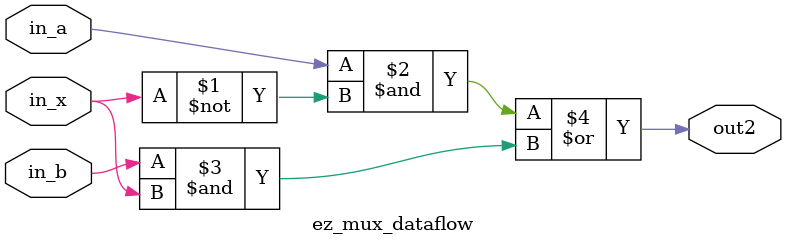
<source format=sv>
module ez_mux_dataflow(
    input logic in_a, in_b, in_x,
    output logic out2
  );

  assign out2 = (in_a & (~in_x)) | (in_b & in_x);
endmodule

</source>
